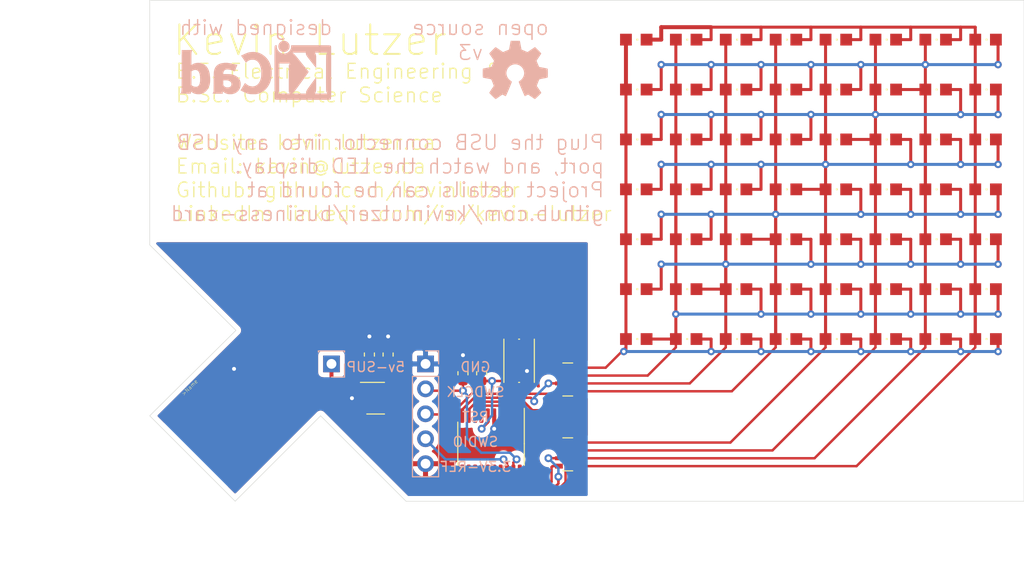
<source format=kicad_pcb>
(kicad_pcb (version 20171130) (host pcbnew "(5.1.5-0-10_14)")
  (layers (0 Top signal) (1 Route2 signal) (2 Route3 signal) (3 Route4 signal) (4 Route5 signal) (5 Route6 signal) (6 Route7 signal) (7 Route8 signal) (8 Route9 signal) (9 Route10 signal) (10 Route11 signal) (11 Route12 signal) (12 Route13 signal) (13 Route14 signal) (14 Route15 signal) (31 Bottom signal) (34 B.Paste user) (35 F.Paste user) (36 B.SilkS user) (37 F.SilkS user) (38 B.Mask user) (39 F.Mask user) (44 Edge.Cuts user))
  (net 0 "")
  (net 1 GND)
  (net 2 "Net-(LED1-PadA)")
  (net 3 "Net-(LED10-PadA)")
  (net 4 "Net-(LED11-PadA)")
  (net 5 "Net-(LED12-PadA)")
  (net 6 "Net-(LED13-PadA)")
  (net 7 "Net-(LED14-PadA)")
  (net 8 "Net-(LED10-PadC)")
  (net 9 "Net-(LED1-PadC)")
  (net 10 +5V)
  (net 11 +3V3)
  (net 12 RST)
  (net 13 SWDIO)
  (net 14 PING)
  (net 15 PINF)
  (net 16 PINE)
  (net 17 PIND)
  (net 18 PINC)
  (net 19 PINB)
  (net 20 PINH)
  (net 21 PINA)
  (net 22 SWDCLK-BOOT0)
  (module Package_SO:TSSOP-20_4.4x6.5mm_P0.65mm (layer Top) (at 138.7475 124.6505 270)
    (fp_text reference U2 hide)
    (fp_text value STM32G030F6P6 hide)
    (pad 20 smd roundrect (at 2.8625 -2.925 270) (size 1.475 0.4) (layers Top F.Paste F.Mask))
    (pad 19 smd roundrect (at 2.8625 -2.275 270) (size 1.475 0.4) (layers Top F.Paste F.Mask) (net 22 SWDCLK-BOOT0))
    (pad 18 smd roundrect (at 2.8625 -1.625 270) (size 1.475 0.4) (layers Top F.Paste F.Mask) (net 13 SWDIO))
    (pad 17 smd roundrect (at 2.8625 -0.975 270) (size 1.475 0.4) (layers Top F.Paste F.Mask))
    (pad 16 smd roundrect (at 2.8625 -0.325 270) (size 1.475 0.4) (layers Top F.Paste F.Mask))
    (pad 15 smd roundrect (at 2.8625 0.325 270) (size 1.475 0.4) (layers Top F.Paste F.Mask))
    (pad 14 smd roundrect (at 2.8625 0.975 270) (size 1.475 0.4) (layers Top F.Paste F.Mask) (net 20 PINH))
    (pad 13 smd roundrect (at 2.8625 1.625 270) (size 1.475 0.4) (layers Top F.Paste F.Mask) (net 14 PING))
    (pad 12 smd roundrect (at 2.8625 2.275 270) (size 1.475 0.4) (layers Top F.Paste F.Mask) (net 15 PINF))
    (pad 11 smd roundrect (at 2.8625 2.925 270) (size 1.475 0.4) (layers Top F.Paste F.Mask) (net 16 PINE))
    (pad 10 smd roundrect (at -2.8625 2.925 270) (size 1.475 0.4) (layers Top F.Paste F.Mask) (net 17 PIND))
    (pad 9 smd roundrect (at -2.8625 2.275 270) (size 1.475 0.4) (layers Top F.Paste F.Mask) (net 18 PINC))
    (pad 8 smd roundrect (at -2.8625 1.625 270) (size 1.475 0.4) (layers Top F.Paste F.Mask) (net 19 PINB))
    (pad 7 smd roundrect (at -2.8625 0.975 270) (size 1.475 0.4) (layers Top F.Paste F.Mask) (net 21 PINA))
    (pad 6 smd roundrect (at -2.8625 0.325 270) (size 1.475 0.4) (layers Top F.Paste F.Mask) (net 12 RST))
    (pad 5 smd roundrect (at -2.8625 -0.325 270) (size 1.475 0.4) (layers Top F.Paste F.Mask) (net 1 GND))
    (pad 4 smd roundrect (at -2.8625 -0.975 270) (size 1.475 0.4) (layers Top F.Paste F.Mask) (net 11 +3V3))
    (pad 3 smd roundrect (at -2.8625 -1.625 270) (size 1.475 0.4) (layers Top F.Paste F.Mask))
    (pad 2 smd roundrect (at -2.8625 -2.275 270) (size 1.475 0.4) (layers Top F.Paste F.Mask))
    (pad 1 smd roundrect (at -2.8625 -2.925 270) (size 1.475 0.4) (layers Top F.Paste F.Mask))
  )
  (module Resistor_SMD:R_Array_Convex_4x0603 (layer Top) (at 146.558 125.73)
    (fp_text reference RN2 hide)
    (fp_text value R_Pack04 hide)
    (pad 5 smd rect (at 0.9 1.2) (size 0.8 0.5) (layers Top F.Paste F.Mask) (net 9 "Net-(LED1-PadC)"))
    (pad 6 smd rect (at 0.9 0.4) (size 0.8 0.4) (layers Top F.Paste F.Mask) (net 8 "Net-(LED10-PadC)"))
    (pad 8 smd rect (at 0.9 -1.2) (size 0.8 0.5) (layers Top F.Paste F.Mask) (net 6 "Net-(LED13-PadA)"))
    (pad 7 smd rect (at 0.9 -0.4) (size 0.8 0.4) (layers Top F.Paste F.Mask) (net 7 "Net-(LED14-PadA)"))
    (pad 4 smd rect (at -0.9 1.2) (size 0.8 0.5) (layers Top F.Paste F.Mask) (net 20 PINH))
    (pad 2 smd rect (at -0.9 -0.4) (size 0.8 0.4) (layers Top F.Paste F.Mask) (net 15 PINF))
    (pad 3 smd rect (at -0.9 0.4) (size 0.8 0.4) (layers Top F.Paste F.Mask) (net 14 PING))
    (pad 1 smd rect (at -0.9 -1.2) (size 0.8 0.5) (layers Top F.Paste F.Mask) (net 16 PINE))
  )
  (module Resistor_SMD:R_Array_Convex_4x0603 (layer Top) (at 146.558 118.11)
    (fp_text reference RN1 hide)
    (fp_text value R_Pack04 hide)
    (pad 5 smd rect (at 0.9 1.2) (size 0.8 0.5) (layers Top F.Paste F.Mask) (net 5 "Net-(LED12-PadA)"))
    (pad 6 smd rect (at 0.9 0.4) (size 0.8 0.4) (layers Top F.Paste F.Mask) (net 4 "Net-(LED11-PadA)"))
    (pad 8 smd rect (at 0.9 -1.2) (size 0.8 0.5) (layers Top F.Paste F.Mask) (net 2 "Net-(LED1-PadA)"))
    (pad 7 smd rect (at 0.9 -0.4) (size 0.8 0.4) (layers Top F.Paste F.Mask) (net 3 "Net-(LED10-PadA)"))
    (pad 4 smd rect (at -0.9 1.2) (size 0.8 0.5) (layers Top F.Paste F.Mask) (net 17 PIND))
    (pad 2 smd rect (at -0.9 -0.4) (size 0.8 0.4) (layers Top F.Paste F.Mask) (net 19 PINB))
    (pad 3 smd rect (at -0.9 0.4) (size 0.8 0.4) (layers Top F.Paste F.Mask) (net 18 PINC))
    (pad 1 smd rect (at -0.9 -1.2) (size 0.8 0.5) (layers Top F.Paste F.Mask) (net 21 PINA))
  )
  (module Symbol:OSHW-Symbol_6.7x6mm_SilkScreen (layer Bottom) (at 141.224 86.614 180)
    (fp_text reference REF** hide)
    (fp_text value OSHW-Symbol_6.7x6mm_SilkScreen hide)
  )
  (module Symbol:KiCad-Logo_6mm_SilkScreen (layer Bottom) (at 114.808 86.614 180)
    (fp_text reference REF** hide)
    (fp_text value KiCad-Logo_6mm_SilkScreen hide)
  )
  (module business_card_v1:USB-A-PCB (layer Top) (at 111.96828 122.5423 45)
    (fp_text reference JP1 hide)
    (fp_text value USBPCB hide)
    (fp_text user >Name (at -1.27 -5.08 45) (layer F.SilkS) (effects (font (size 0.38608 0.38608) (thickness 0.032512)) (justify left bottom)))
    (pad GND smd rect (at -0.2 -3.5 45) (size 7.5 1.5) (layers Top F.Paste F.Mask) (net 1 GND))
    (pad USB_P smd rect (at 0.3 -1 45) (size 6.5 1) (layers Top F.Paste F.Mask))
    (pad USB_M smd rect (at 0.3 1 45) (size 6.5 1) (layers Top F.Paste F.Mask))
    (pad 5V smd rect (at -0.2 3.5 45) (size 7.5 1.5) (layers Top F.Paste F.Mask) (net 10 +5V))
  )
  (module Connector_PinSocket_2.54mm:PinSocket_1x01_P2.54mm_Vertical (layer Bottom) (at 122.5042 116.5352)
    (fp_text reference J2 hide)
    (fp_text value Conn_01x01_Male hide)
    (pad 1 thru_hole rect (at 0 -0.0127) (size 1.7 1.7) (drill 1) (layers *.Cu *.Mask) (net 10 +5V))
  )
  (module Button_Switch_SMD:SW_Push_1P1T_NO_CK_KMR2 (layer Top) (at 141.605 116.205 90)
    (fp_text reference SW1 hide)
    (fp_text value SW_SPST hide)
    (pad 2 smd rect (at 2.05 0.8 90) (size 0.9 1) (layers Top F.Paste F.Mask) (net 1 GND))
    (pad 1 smd rect (at 2.05 -0.8 90) (size 0.9 1) (layers Top F.Paste F.Mask) (net 12 RST))
    (pad 2 smd rect (at -2.05 0.8 90) (size 0.9 1) (layers Top F.Paste F.Mask) (net 1 GND))
    (pad 1 smd rect (at -2.05 -0.8 90) (size 0.9 1) (layers Top F.Paste F.Mask) (net 12 RST))
  )
  (module Resistor_SMD:R_0603_1608Metric (layer Top) (at 135.89 117.475 90)
    (fp_text reference R1 hide)
    (fp_text value 10K hide)
    (pad 2 smd roundrect (at 0.7875 0 90) (size 0.875 0.95) (layers Top F.Paste F.Mask) (net 1 GND))
    (pad 1 smd roundrect (at -0.7875 0 90) (size 0.875 0.95) (layers Top F.Paste F.Mask) (net 22 SWDCLK-BOOT0))
  )
  (module Resistor_SMD:R_0603_1608Metric (layer Top) (at 137.795 117.475 90)
    (fp_text reference R10 hide)
    (fp_text value 10K hide)
    (pad 2 smd roundrect (at 0.7875 0 90) (size 0.875 0.95) (layers Top F.Paste F.Mask) (net 11 +3V3))
    (pad 1 smd roundrect (at -0.7875 0 90) (size 0.875 0.95) (layers Top F.Paste F.Mask) (net 12 RST))
  )
  (module Capacitor_SMD:C_0603_1608Metric (layer Top) (at 128.27 115.57 90)
    (fp_text reference C3 hide)
    (fp_text value 1u hide)
    (pad 2 smd roundrect (at 0.7875 0 90) (size 0.875 0.95) (layers Top F.Paste F.Mask) (net 1 GND))
    (pad 1 smd roundrect (at -0.7875 0 90) (size 0.875 0.95) (layers Top F.Paste F.Mask) (net 11 +3V3))
  )
  (module Capacitor_SMD:C_0603_1608Metric (layer Top) (at 126.365 115.57 90)
    (fp_text reference C2 hide)
    (fp_text value 1u hide)
    (pad 1 smd roundrect (at -0.7875 0 90) (size 0.875 0.95) (layers Top F.Paste F.Mask) (net 10 +5V))
    (pad 2 smd roundrect (at 0.7875 0 90) (size 0.875 0.95) (layers Top F.Paste F.Mask) (net 1 GND))
  )
  (module Package_TO_SOT_SMD:SOT-23-5 (layer Top) (at 127 120.015)
    (fp_text reference U1 hide)
    (fp_text value MIC5504-3.3YM5 hide)
    (pad 5 smd rect (at 1.1 -0.95) (size 1.06 0.65) (layers Top F.Paste F.Mask) (net 11 +3V3))
    (pad 4 smd rect (at 1.1 0.95) (size 1.06 0.65) (layers Top F.Paste F.Mask))
    (pad 3 smd rect (at -1.1 0.95) (size 1.06 0.65) (layers Top F.Paste F.Mask) (net 10 +5V))
    (pad 2 smd rect (at -1.1 0) (size 1.06 0.65) (layers Top F.Paste F.Mask) (net 1 GND))
    (pad 1 smd rect (at -1.1 -0.95) (size 1.06 0.65) (layers Top F.Paste F.Mask) (net 10 +5V))
  )
  (module Connector_PinHeader_2.54mm:PinHeader_1x05_P2.54mm_Vertical (layer Bottom) (at 132.08 116.5225 180)
    (fp_text reference J1 hide)
    (fp_text value Conn_01x05_Male hide)
    (pad 5 thru_hole oval (at 0 -10.16 180) (size 1.7 1.7) (drill 1) (layers *.Cu *.Mask) (net 11 +3V3))
    (pad 4 thru_hole oval (at 0 -7.62 180) (size 1.7 1.7) (drill 1) (layers *.Cu *.Mask) (net 13 SWDIO))
    (pad 3 thru_hole oval (at 0 -5.08 180) (size 1.7 1.7) (drill 1) (layers *.Cu *.Mask) (net 12 RST))
    (pad 2 thru_hole oval (at 0 -2.54 180) (size 1.7 1.7) (drill 1) (layers *.Cu *.Mask) (net 22 SWDCLK-BOOT0))
    (pad 1 thru_hole rect (at 0 0 180) (size 1.7 1.7) (drill 1) (layers *.Cu *.Mask) (net 1 GND))
  )
  (module business_card_v1:CHIPLED_0805 (layer Top) (at 158.6111 88.5936 270)
    (fp_text reference LED10 hide)
    (fp_text value LEDCHIPLED_0805 hide)
    (pad A smd rect (at 0 1.05 270) (size 1.2 1.2) (layers Top F.Paste F.Mask) (net 3 "Net-(LED10-PadA)"))
    (pad C smd rect (at 0 -1.05 270) (size 1.2 1.2) (layers Top F.Paste F.Mask) (net 8 "Net-(LED10-PadC)"))
  )
  (module business_card_v1:CHIPLED_0805 (layer Top) (at 163.6911 88.5936 270)
    (fp_text reference LED11 hide)
    (fp_text value LEDCHIPLED_0805 hide)
    (pad A smd rect (at 0 1.05 270) (size 1.2 1.2) (layers Top F.Paste F.Mask) (net 4 "Net-(LED11-PadA)"))
    (pad C smd rect (at 0 -1.05 270) (size 1.2 1.2) (layers Top F.Paste F.Mask) (net 8 "Net-(LED10-PadC)"))
  )
  (module business_card_v1:CHIPLED_0805 (layer Top) (at 168.7711 88.5936 270)
    (fp_text reference LED12 hide)
    (fp_text value LEDCHIPLED_0805 hide)
    (pad A smd rect (at 0 1.05 270) (size 1.2 1.2) (layers Top F.Paste F.Mask) (net 5 "Net-(LED12-PadA)"))
    (pad C smd rect (at 0 -1.05 270) (size 1.2 1.2) (layers Top F.Paste F.Mask) (net 8 "Net-(LED10-PadC)"))
  )
  (module business_card_v1:CHIPLED_0805 (layer Top) (at 173.8511 88.5936 270)
    (fp_text reference LED13 hide)
    (fp_text value LEDCHIPLED_0805 hide)
    (pad A smd rect (at 0 1.05 270) (size 1.2 1.2) (layers Top F.Paste F.Mask) (net 6 "Net-(LED13-PadA)"))
    (pad C smd rect (at 0 -1.05 270) (size 1.2 1.2) (layers Top F.Paste F.Mask) (net 8 "Net-(LED10-PadC)"))
  )
  (module business_card_v1:CHIPLED_0805 (layer Top) (at 178.9311 88.5936 270)
    (fp_text reference LED14 hide)
    (fp_text value LEDCHIPLED_0805 hide)
    (pad A smd rect (at 0 1.05 270) (size 1.2 1.2) (layers Top F.Paste F.Mask) (net 7 "Net-(LED14-PadA)"))
    (pad C smd rect (at 0 -1.05 270) (size 1.2 1.2) (layers Top F.Paste F.Mask) (net 8 "Net-(LED10-PadC)"))
  )
  (module business_card_v1:CHIPLED_0805 (layer Top) (at 184.0111 88.5936 270)
    (fp_text reference LED15 hide)
    (fp_text value LEDCHIPLED_0805 hide)
    (pad A smd rect (at 0 1.05 270) (size 1.2 1.2) (layers Top F.Paste F.Mask) (net 8 "Net-(LED10-PadC)"))
    (pad C smd rect (at 0 -1.05 270) (size 1.2 1.2) (layers Top F.Paste F.Mask) (net 7 "Net-(LED14-PadA)"))
  )
  (module business_card_v1:CHIPLED_0805 (layer Top) (at 189.0911 88.5936 270)
    (fp_text reference LED16 hide)
    (fp_text value LEDCHIPLED_0805 hide)
    (pad A smd rect (at 0 1.05 270) (size 1.2 1.2) (layers Top F.Paste F.Mask) (net 9 "Net-(LED1-PadC)"))
    (pad C smd rect (at 0 -1.05 270) (size 1.2 1.2) (layers Top F.Paste F.Mask) (net 7 "Net-(LED14-PadA)"))
  )
  (module business_card_v1:CHIPLED_0805 (layer Top) (at 153.5311 93.6736 270)
    (fp_text reference LED17 hide)
    (fp_text value LEDCHIPLED_0805 hide)
    (pad A smd rect (at 0 1.05 270) (size 1.2 1.2) (layers Top F.Paste F.Mask) (net 2 "Net-(LED1-PadA)"))
    (pad C smd rect (at 0 -1.05 270) (size 1.2 1.2) (layers Top F.Paste F.Mask) (net 7 "Net-(LED14-PadA)"))
  )
  (module business_card_v1:CHIPLED_0805 (layer Top) (at 158.6111 93.6736 270)
    (fp_text reference LED18 hide)
    (fp_text value LEDCHIPLED_0805 hide)
    (pad A smd rect (at 0 1.05 270) (size 1.2 1.2) (layers Top F.Paste F.Mask) (net 3 "Net-(LED10-PadA)"))
    (pad C smd rect (at 0 -1.05 270) (size 1.2 1.2) (layers Top F.Paste F.Mask) (net 7 "Net-(LED14-PadA)"))
  )
  (module business_card_v1:CHIPLED_0805 (layer Top) (at 163.6911 93.6736 270)
    (fp_text reference LED19 hide)
    (fp_text value LEDCHIPLED_0805 hide)
    (pad A smd rect (at 0 1.05 270) (size 1.2 1.2) (layers Top F.Paste F.Mask) (net 4 "Net-(LED11-PadA)"))
    (pad C smd rect (at 0 -1.05 270) (size 1.2 1.2) (layers Top F.Paste F.Mask) (net 7 "Net-(LED14-PadA)"))
  )
  (module business_card_v1:CHIPLED_0805 (layer Top) (at 158.6111 83.5136 270)
    (fp_text reference LED2 hide)
    (fp_text value LEDCHIPLED_0805 hide)
    (pad A smd rect (at 0 1.05 270) (size 1.2 1.2) (layers Top F.Paste F.Mask) (net 3 "Net-(LED10-PadA)"))
    (pad C smd rect (at 0 -1.05 270) (size 1.2 1.2) (layers Top F.Paste F.Mask) (net 9 "Net-(LED1-PadC)"))
  )
  (module business_card_v1:CHIPLED_0805 (layer Top) (at 168.7711 93.6736 270)
    (fp_text reference LED20 hide)
    (fp_text value LEDCHIPLED_0805 hide)
    (pad A smd rect (at 0 1.05 270) (size 1.2 1.2) (layers Top F.Paste F.Mask) (net 5 "Net-(LED12-PadA)"))
    (pad C smd rect (at 0 -1.05 270) (size 1.2 1.2) (layers Top F.Paste F.Mask) (net 7 "Net-(LED14-PadA)"))
  )
  (module business_card_v1:CHIPLED_0805 (layer Top) (at 173.8511 93.6736 270)
    (fp_text reference LED21 hide)
    (fp_text value LEDCHIPLED_0805 hide)
    (pad A smd rect (at 0 1.05 270) (size 1.2 1.2) (layers Top F.Paste F.Mask) (net 6 "Net-(LED13-PadA)"))
    (pad C smd rect (at 0 -1.05 270) (size 1.2 1.2) (layers Top F.Paste F.Mask) (net 7 "Net-(LED14-PadA)"))
  )
  (module business_card_v1:CHIPLED_0805 (layer Top) (at 178.9311 93.6736 270)
    (fp_text reference LED22 hide)
    (fp_text value LEDCHIPLED_0805 hide)
    (pad A smd rect (at 0 1.05 270) (size 1.2 1.2) (layers Top F.Paste F.Mask) (net 7 "Net-(LED14-PadA)"))
    (pad C smd rect (at 0 -1.05 270) (size 1.2 1.2) (layers Top F.Paste F.Mask) (net 6 "Net-(LED13-PadA)"))
  )
  (module business_card_v1:CHIPLED_0805 (layer Top) (at 184.0111 93.6736 270)
    (fp_text reference LED23 hide)
    (fp_text value LEDCHIPLED_0805 hide)
    (pad A smd rect (at 0 1.05 270) (size 1.2 1.2) (layers Top F.Paste F.Mask) (net 8 "Net-(LED10-PadC)"))
    (pad C smd rect (at 0 -1.05 270) (size 1.2 1.2) (layers Top F.Paste F.Mask) (net 6 "Net-(LED13-PadA)"))
  )
  (module business_card_v1:CHIPLED_0805 (layer Top) (at 189.0911 93.6736 270)
    (fp_text reference LED24 hide)
    (fp_text value LEDCHIPLED_0805 hide)
    (pad A smd rect (at 0 1.05 270) (size 1.2 1.2) (layers Top F.Paste F.Mask) (net 9 "Net-(LED1-PadC)"))
    (pad C smd rect (at 0 -1.05 270) (size 1.2 1.2) (layers Top F.Paste F.Mask) (net 6 "Net-(LED13-PadA)"))
  )
  (module business_card_v1:CHIPLED_0805 (layer Top) (at 153.5311 98.7536 270)
    (fp_text reference LED25 hide)
    (fp_text value LEDCHIPLED_0805 hide)
    (pad A smd rect (at 0 1.05 270) (size 1.2 1.2) (layers Top F.Paste F.Mask) (net 2 "Net-(LED1-PadA)"))
    (pad C smd rect (at 0 -1.05 270) (size 1.2 1.2) (layers Top F.Paste F.Mask) (net 6 "Net-(LED13-PadA)"))
  )
  (module business_card_v1:CHIPLED_0805 (layer Top) (at 158.6111 98.7536 270)
    (fp_text reference LED26 hide)
    (fp_text value LEDCHIPLED_0805 hide)
    (pad A smd rect (at 0 1.05 270) (size 1.2 1.2) (layers Top F.Paste F.Mask) (net 3 "Net-(LED10-PadA)"))
    (pad C smd rect (at 0 -1.05 270) (size 1.2 1.2) (layers Top F.Paste F.Mask) (net 6 "Net-(LED13-PadA)"))
  )
  (module business_card_v1:CHIPLED_0805 (layer Top) (at 163.6911 98.7536 270)
    (fp_text reference LED27 hide)
    (fp_text value LEDCHIPLED_0805 hide)
    (pad A smd rect (at 0 1.05 270) (size 1.2 1.2) (layers Top F.Paste F.Mask) (net 4 "Net-(LED11-PadA)"))
    (pad C smd rect (at 0 -1.05 270) (size 1.2 1.2) (layers Top F.Paste F.Mask) (net 6 "Net-(LED13-PadA)"))
  )
  (module business_card_v1:CHIPLED_0805 (layer Top) (at 168.7711 98.7536 270)
    (fp_text reference LED28 hide)
    (fp_text value LEDCHIPLED_0805 hide)
    (pad A smd rect (at 0 1.05 270) (size 1.2 1.2) (layers Top F.Paste F.Mask) (net 5 "Net-(LED12-PadA)"))
    (pad C smd rect (at 0 -1.05 270) (size 1.2 1.2) (layers Top F.Paste F.Mask) (net 6 "Net-(LED13-PadA)"))
  )
  (module business_card_v1:CHIPLED_0805 (layer Top) (at 173.8511 98.7536 270)
    (fp_text reference LED29 hide)
    (fp_text value LEDCHIPLED_0805 hide)
    (pad A smd rect (at 0 1.05 270) (size 1.2 1.2) (layers Top F.Paste F.Mask) (net 6 "Net-(LED13-PadA)"))
    (pad C smd rect (at 0 -1.05 270) (size 1.2 1.2) (layers Top F.Paste F.Mask) (net 5 "Net-(LED12-PadA)"))
  )
  (module business_card_v1:CHIPLED_0805 (layer Top) (at 163.6911 83.5136 270)
    (fp_text reference LED3 hide)
    (fp_text value LEDCHIPLED_0805 hide)
    (pad A smd rect (at 0 1.05 270) (size 1.2 1.2) (layers Top F.Paste F.Mask) (net 4 "Net-(LED11-PadA)"))
    (pad C smd rect (at 0 -1.05 270) (size 1.2 1.2) (layers Top F.Paste F.Mask) (net 9 "Net-(LED1-PadC)"))
  )
  (module business_card_v1:CHIPLED_0805 (layer Top) (at 178.9311 98.7536 270)
    (fp_text reference LED30 hide)
    (fp_text value LEDCHIPLED_0805 hide)
    (pad A smd rect (at 0 1.05 270) (size 1.2 1.2) (layers Top F.Paste F.Mask) (net 7 "Net-(LED14-PadA)"))
    (pad C smd rect (at 0 -1.05 270) (size 1.2 1.2) (layers Top F.Paste F.Mask) (net 5 "Net-(LED12-PadA)"))
  )
  (module business_card_v1:CHIPLED_0805 (layer Top) (at 184.0111 98.7536 270)
    (fp_text reference LED31 hide)
    (fp_text value LEDCHIPLED_0805 hide)
    (pad A smd rect (at 0 1.05 270) (size 1.2 1.2) (layers Top F.Paste F.Mask) (net 8 "Net-(LED10-PadC)"))
    (pad C smd rect (at 0 -1.05 270) (size 1.2 1.2) (layers Top F.Paste F.Mask) (net 5 "Net-(LED12-PadA)"))
  )
  (module business_card_v1:CHIPLED_0805 (layer Top) (at 189.0911 98.7536 270)
    (fp_text reference LED32 hide)
    (fp_text value LEDCHIPLED_0805 hide)
    (pad A smd rect (at 0 1.05 270) (size 1.2 1.2) (layers Top F.Paste F.Mask) (net 9 "Net-(LED1-PadC)"))
    (pad C smd rect (at 0 -1.05 270) (size 1.2 1.2) (layers Top F.Paste F.Mask) (net 5 "Net-(LED12-PadA)"))
  )
  (module business_card_v1:CHIPLED_0805 (layer Top) (at 153.5311 103.8336 270)
    (fp_text reference LED33 hide)
    (fp_text value LEDCHIPLED_0805 hide)
    (pad A smd rect (at 0 1.05 270) (size 1.2 1.2) (layers Top F.Paste F.Mask) (net 2 "Net-(LED1-PadA)"))
    (pad C smd rect (at 0 -1.05 270) (size 1.2 1.2) (layers Top F.Paste F.Mask) (net 5 "Net-(LED12-PadA)"))
  )
  (module business_card_v1:CHIPLED_0805 (layer Top) (at 158.6111 103.8336 270)
    (fp_text reference LED34 hide)
    (fp_text value LEDCHIPLED_0805 hide)
    (pad A smd rect (at 0 1.05 270) (size 1.2 1.2) (layers Top F.Paste F.Mask) (net 3 "Net-(LED10-PadA)"))
    (pad C smd rect (at 0 -1.05 270) (size 1.2 1.2) (layers Top F.Paste F.Mask) (net 5 "Net-(LED12-PadA)"))
  )
  (module business_card_v1:CHIPLED_0805 (layer Top) (at 163.6911 103.8336 270)
    (fp_text reference LED35 hide)
    (fp_text value LEDCHIPLED_0805 hide)
    (pad A smd rect (at 0 1.05 270) (size 1.2 1.2) (layers Top F.Paste F.Mask) (net 4 "Net-(LED11-PadA)"))
    (pad C smd rect (at 0 -1.05 270) (size 1.2 1.2) (layers Top F.Paste F.Mask) (net 5 "Net-(LED12-PadA)"))
  )
  (module business_card_v1:CHIPLED_0805 (layer Top) (at 168.7711 103.8336 270)
    (fp_text reference LED36 hide)
    (fp_text value LEDCHIPLED_0805 hide)
    (pad A smd rect (at 0 1.05 270) (size 1.2 1.2) (layers Top F.Paste F.Mask) (net 5 "Net-(LED12-PadA)"))
    (pad C smd rect (at 0 -1.05 270) (size 1.2 1.2) (layers Top F.Paste F.Mask) (net 4 "Net-(LED11-PadA)"))
  )
  (module business_card_v1:CHIPLED_0805 (layer Top) (at 173.8511 103.8336 270)
    (fp_text reference LED37 hide)
    (fp_text value LEDCHIPLED_0805 hide)
    (pad A smd rect (at 0 1.05 270) (size 1.2 1.2) (layers Top F.Paste F.Mask) (net 6 "Net-(LED13-PadA)"))
    (pad C smd rect (at 0 -1.05 270) (size 1.2 1.2) (layers Top F.Paste F.Mask) (net 4 "Net-(LED11-PadA)"))
  )
  (module business_card_v1:CHIPLED_0805 (layer Top) (at 178.9311 103.8336 270)
    (fp_text reference LED38 hide)
    (fp_text value LEDCHIPLED_0805 hide)
    (pad A smd rect (at 0 1.05 270) (size 1.2 1.2) (layers Top F.Paste F.Mask) (net 7 "Net-(LED14-PadA)"))
    (pad C smd rect (at 0 -1.05 270) (size 1.2 1.2) (layers Top F.Paste F.Mask) (net 4 "Net-(LED11-PadA)"))
  )
  (module business_card_v1:CHIPLED_0805 (layer Top) (at 184.0111 103.8336 270)
    (fp_text reference LED39 hide)
    (fp_text value LEDCHIPLED_0805 hide)
    (pad A smd rect (at 0 1.05 270) (size 1.2 1.2) (layers Top F.Paste F.Mask) (net 8 "Net-(LED10-PadC)"))
    (pad C smd rect (at 0 -1.05 270) (size 1.2 1.2) (layers Top F.Paste F.Mask) (net 4 "Net-(LED11-PadA)"))
  )
  (module business_card_v1:CHIPLED_0805 (layer Top) (at 168.7711 83.5136 270)
    (fp_text reference LED4 hide)
    (fp_text value LEDCHIPLED_0805 hide)
    (pad A smd rect (at 0 1.05 270) (size 1.2 1.2) (layers Top F.Paste F.Mask) (net 5 "Net-(LED12-PadA)"))
    (pad C smd rect (at 0 -1.05 270) (size 1.2 1.2) (layers Top F.Paste F.Mask) (net 9 "Net-(LED1-PadC)"))
  )
  (module business_card_v1:CHIPLED_0805 (layer Top) (at 189.0911 103.8336 270)
    (fp_text reference LED40 hide)
    (fp_text value LEDCHIPLED_0805 hide)
    (pad A smd rect (at 0 1.05 270) (size 1.2 1.2) (layers Top F.Paste F.Mask) (net 9 "Net-(LED1-PadC)"))
    (pad C smd rect (at 0 -1.05 270) (size 1.2 1.2) (layers Top F.Paste F.Mask) (net 4 "Net-(LED11-PadA)"))
  )
  (module business_card_v1:CHIPLED_0805 (layer Top) (at 153.5311 108.9136 270)
    (fp_text reference LED41 hide)
    (fp_text value LEDCHIPLED_0805 hide)
    (pad A smd rect (at 0 1.05 270) (size 1.2 1.2) (layers Top F.Paste F.Mask) (net 2 "Net-(LED1-PadA)"))
    (pad C smd rect (at 0 -1.05 270) (size 1.2 1.2) (layers Top F.Paste F.Mask) (net 4 "Net-(LED11-PadA)"))
  )
  (module business_card_v1:CHIPLED_0805 (layer Top) (at 158.6111 108.9136 270)
    (fp_text reference LED42 hide)
    (fp_text value LEDCHIPLED_0805 hide)
    (pad A smd rect (at 0 1.05 270) (size 1.2 1.2) (layers Top F.Paste F.Mask) (net 3 "Net-(LED10-PadA)"))
    (pad C smd rect (at 0 -1.05 270) (size 1.2 1.2) (layers Top F.Paste F.Mask) (net 4 "Net-(LED11-PadA)"))
  )
  (module business_card_v1:CHIPLED_0805 (layer Top) (at 163.6911 108.9136 270)
    (fp_text reference LED43 hide)
    (fp_text value LEDCHIPLED_0805 hide)
    (pad A smd rect (at 0 1.05 270) (size 1.2 1.2) (layers Top F.Paste F.Mask) (net 4 "Net-(LED11-PadA)"))
    (pad C smd rect (at 0 -1.05 270) (size 1.2 1.2) (layers Top F.Paste F.Mask) (net 3 "Net-(LED10-PadA)"))
  )
  (module business_card_v1:CHIPLED_0805 (layer Top) (at 168.7711 108.9136 270)
    (fp_text reference LED44 hide)
    (fp_text value LEDCHIPLED_0805 hide)
    (pad A smd rect (at 0 1.05 270) (size 1.2 1.2) (layers Top F.Paste F.Mask) (net 5 "Net-(LED12-PadA)"))
    (pad C smd rect (at 0 -1.05 270) (size 1.2 1.2) (layers Top F.Paste F.Mask) (net 3 "Net-(LED10-PadA)"))
  )
  (module business_card_v1:CHIPLED_0805 (layer Top) (at 173.8511 108.9136 270)
    (fp_text reference LED45 hide)
    (fp_text value LEDCHIPLED_0805 hide)
    (pad A smd rect (at 0 1.05 270) (size 1.2 1.2) (layers Top F.Paste F.Mask) (net 6 "Net-(LED13-PadA)"))
    (pad C smd rect (at 0 -1.05 270) (size 1.2 1.2) (layers Top F.Paste F.Mask) (net 3 "Net-(LED10-PadA)"))
  )
  (module business_card_v1:CHIPLED_0805 (layer Top) (at 178.9311 108.9136 270)
    (fp_text reference LED46 hide)
    (fp_text value LEDCHIPLED_0805 hide)
    (pad A smd rect (at 0 1.05 270) (size 1.2 1.2) (layers Top F.Paste F.Mask) (net 7 "Net-(LED14-PadA)"))
    (pad C smd rect (at 0 -1.05 270) (size 1.2 1.2) (layers Top F.Paste F.Mask) (net 3 "Net-(LED10-PadA)"))
  )
  (module business_card_v1:CHIPLED_0805 (layer Top) (at 184.0111 108.9136 270)
    (fp_text reference LED47 hide)
    (fp_text value LEDCHIPLED_0805 hide)
    (pad A smd rect (at 0 1.05 270) (size 1.2 1.2) (layers Top F.Paste F.Mask) (net 8 "Net-(LED10-PadC)"))
    (pad C smd rect (at 0 -1.05 270) (size 1.2 1.2) (layers Top F.Paste F.Mask) (net 3 "Net-(LED10-PadA)"))
  )
  (module business_card_v1:CHIPLED_0805 (layer Top) (at 189.0911 108.9136 270)
    (fp_text reference LED48 hide)
    (fp_text value LEDCHIPLED_0805 hide)
    (pad A smd rect (at 0 1.05 270) (size 1.2 1.2) (layers Top F.Paste F.Mask) (net 9 "Net-(LED1-PadC)"))
    (pad C smd rect (at 0 -1.05 270) (size 1.2 1.2) (layers Top F.Paste F.Mask) (net 3 "Net-(LED10-PadA)"))
  )
  (module business_card_v1:CHIPLED_0805 (layer Top) (at 153.5311 113.9936 270)
    (fp_text reference LED49 hide)
    (fp_text value LEDCHIPLED_0805 hide)
    (pad A smd rect (at 0 1.05 270) (size 1.2 1.2) (layers Top F.Paste F.Mask) (net 2 "Net-(LED1-PadA)"))
    (pad C smd rect (at 0 -1.05 270) (size 1.2 1.2) (layers Top F.Paste F.Mask) (net 3 "Net-(LED10-PadA)"))
  )
  (module business_card_v1:CHIPLED_0805 (layer Top) (at 173.8511 83.5136 270)
    (fp_text reference LED5 hide)
    (fp_text value LEDCHIPLED_0805 hide)
    (pad A smd rect (at 0 1.05 270) (size 1.2 1.2) (layers Top F.Paste F.Mask) (net 6 "Net-(LED13-PadA)"))
    (pad C smd rect (at 0 -1.05 270) (size 1.2 1.2) (layers Top F.Paste F.Mask) (net 9 "Net-(LED1-PadC)"))
  )
  (module business_card_v1:CHIPLED_0805 (layer Top) (at 158.6111 113.9936 270)
    (fp_text reference LED50 hide)
    (fp_text value LEDCHIPLED_0805 hide)
    (pad A smd rect (at 0 1.05 270) (size 1.2 1.2) (layers Top F.Paste F.Mask) (net 3 "Net-(LED10-PadA)"))
    (pad C smd rect (at 0 -1.05 270) (size 1.2 1.2) (layers Top F.Paste F.Mask) (net 2 "Net-(LED1-PadA)"))
  )
  (module business_card_v1:CHIPLED_0805 (layer Top) (at 163.6911 113.9936 270)
    (fp_text reference LED51 hide)
    (fp_text value LEDCHIPLED_0805 hide)
    (pad A smd rect (at 0 1.05 270) (size 1.2 1.2) (layers Top F.Paste F.Mask) (net 4 "Net-(LED11-PadA)"))
    (pad C smd rect (at 0 -1.05 270) (size 1.2 1.2) (layers Top F.Paste F.Mask) (net 2 "Net-(LED1-PadA)"))
  )
  (module business_card_v1:CHIPLED_0805 (layer Top) (at 168.7711 113.9936 270)
    (fp_text reference LED52 hide)
    (fp_text value LEDCHIPLED_0805 hide)
    (pad A smd rect (at 0 1.05 270) (size 1.2 1.2) (layers Top F.Paste F.Mask) (net 5 "Net-(LED12-PadA)"))
    (pad C smd rect (at 0 -1.05 270) (size 1.2 1.2) (layers Top F.Paste F.Mask) (net 2 "Net-(LED1-PadA)"))
  )
  (module business_card_v1:CHIPLED_0805 (layer Top) (at 173.8511 113.9936 270)
    (fp_text reference LED53 hide)
    (fp_text value LEDCHIPLED_0805 hide)
    (pad A smd rect (at 0 1.05 270) (size 1.2 1.2) (layers Top F.Paste F.Mask) (net 6 "Net-(LED13-PadA)"))
    (pad C smd rect (at 0 -1.05 270) (size 1.2 1.2) (layers Top F.Paste F.Mask) (net 2 "Net-(LED1-PadA)"))
  )
  (module business_card_v1:CHIPLED_0805 (layer Top) (at 178.9311 113.9936 270)
    (fp_text reference LED54 hide)
    (fp_text value LEDCHIPLED_0805 hide)
    (pad A smd rect (at 0 1.05 270) (size 1.2 1.2) (layers Top F.Paste F.Mask) (net 7 "Net-(LED14-PadA)"))
    (pad C smd rect (at 0 -1.05 270) (size 1.2 1.2) (layers Top F.Paste F.Mask) (net 2 "Net-(LED1-PadA)"))
  )
  (module business_card_v1:CHIPLED_0805 (layer Top) (at 184.0111 113.9936 270)
    (fp_text reference LED55 hide)
    (fp_text value LEDCHIPLED_0805 hide)
    (pad A smd rect (at 0 1.05 270) (size 1.2 1.2) (layers Top F.Paste F.Mask) (net 8 "Net-(LED10-PadC)"))
    (pad C smd rect (at 0 -1.05 270) (size 1.2 1.2) (layers Top F.Paste F.Mask) (net 2 "Net-(LED1-PadA)"))
  )
  (module business_card_v1:CHIPLED_0805 (layer Top) (at 189.0911 113.9936 270)
    (fp_text reference LED56 hide)
    (fp_text value LEDCHIPLED_0805 hide)
    (pad A smd rect (at 0 1.05 270) (size 1.2 1.2) (layers Top F.Paste F.Mask) (net 9 "Net-(LED1-PadC)"))
    (pad C smd rect (at 0 -1.05 270) (size 1.2 1.2) (layers Top F.Paste F.Mask) (net 2 "Net-(LED1-PadA)"))
  )
  (module business_card_v1:CHIPLED_0805 (layer Top) (at 178.9311 83.5136 270)
    (fp_text reference LED6 hide)
    (fp_text value LEDCHIPLED_0805 hide)
    (pad A smd rect (at 0 1.05 270) (size 1.2 1.2) (layers Top F.Paste F.Mask) (net 7 "Net-(LED14-PadA)"))
    (pad C smd rect (at 0 -1.05 270) (size 1.2 1.2) (layers Top F.Paste F.Mask) (net 9 "Net-(LED1-PadC)"))
  )
  (module business_card_v1:CHIPLED_0805 (layer Top) (at 184.0111 83.5136 270)
    (fp_text reference LED7 hide)
    (fp_text value LEDCHIPLED_0805 hide)
    (pad A smd rect (at 0 1.05 270) (size 1.2 1.2) (layers Top F.Paste F.Mask) (net 8 "Net-(LED10-PadC)"))
    (pad C smd rect (at 0 -1.05 270) (size 1.2 1.2) (layers Top F.Paste F.Mask) (net 9 "Net-(LED1-PadC)"))
  )
  (module business_card_v1:CHIPLED_0805 (layer Top) (at 189.0911 83.5136 270)
    (fp_text reference LED8 hide)
    (fp_text value LEDCHIPLED_0805 hide)
    (pad A smd rect (at 0 1.05 270) (size 1.2 1.2) (layers Top F.Paste F.Mask) (net 9 "Net-(LED1-PadC)"))
    (pad C smd rect (at 0 -1.05 270) (size 1.2 1.2) (layers Top F.Paste F.Mask) (net 8 "Net-(LED10-PadC)"))
  )
  (module business_card_v1:CHIPLED_0805 (layer Top) (at 153.5311 88.5936 270)
    (fp_text reference LED9 hide)
    (fp_text value LEDCHIPLED_0805 hide)
    (pad A smd rect (at 0 1.05 270) (size 1.2 1.2) (layers Top F.Paste F.Mask) (net 2 "Net-(LED1-PadA)"))
    (pad C smd rect (at 0 -1.05 270) (size 1.2 1.2) (layers Top F.Paste F.Mask) (net 8 "Net-(LED10-PadC)"))
  )
  (module business_card_v1:CHIPLED_0805 (layer Top) (at 153.5311 83.5136 270)
    (fp_text reference LED1 hide)
    (fp_text value LEDCHIPLED_0805 hide)
    (pad A smd rect (at 0 1.05 270) (size 1.2 1.2) (layers Top F.Paste F.Mask) (net 2 "Net-(LED1-PadA)"))
    (pad C smd rect (at 0 -1.05 270) (size 1.2 1.2) (layers Top F.Paste F.Mask) (net 9 "Net-(LED1-PadC)"))
  )
  (gr_text 5v-SUP (at 127 116.84) (layer B.SilkS) (effects (font (size 1 1) (thickness 0.14224)) (justify mirror)))
  (gr_text 3.3V-REF (at 137.16 127) (layer B.SilkS) (effects (font (size 1 1)) (justify mirror)))
  (gr_text SWDIO (at 137.16 124.46) (layer B.SilkS) (effects (font (size 1 1) (thickness 0.14224)) (justify mirror)))
  (gr_text RST (at 137.16 121.92) (layer B.SilkS) (effects (font (size 1 1) (thickness 0.14224)) (justify mirror)))
  (gr_text "SWDCLK\n" (at 137.16 119.38) (layer B.SilkS) (effects (font (size 1 1) (thickness 0.14224)) (justify mirror)))
  (gr_text GND (at 137.16 116.84) (layer B.SilkS) (effects (font (size 1 1) (thickness 0.14224)) (justify mirror)))
  (gr_text "open source" (at 137.668 82.296) (layer B.SilkS) (effects (font (size 1.5 1.5) (thickness 0.14224)) (justify mirror)))
  (gr_text "designed with" (at 114.808 82.296) (layer B.SilkS) (effects (font (size 1.5 1.5) (thickness 0.14224)) (justify mirror)))
  (gr_text v3 (at 136.652 84.836) (layer B.SilkS) (effects (font (size 1.5 1.5) (thickness 0.14224)) (justify mirror)))
  (gr_line (start 104.0011 79.5036) (end 104.0011 104.41136) (layer Edge.Cuts) (width 0.05))
  (gr_line (start 104.0011 104.41136) (end 112.774953 113.108772) (layer Edge.Cuts) (width 0.05))
  (gr_line (start 112.774953 113.108772) (end 104.0011 121.806188) (layer Edge.Cuts) (width 0.05))
  (gr_line (start 104.0011 121.806188) (end 112.698512 130.5036) (layer Edge.Cuts) (width 0.05))
  (gr_line (start 112.698512 130.5036) (end 121.395928 121.806188) (layer Edge.Cuts) (width 0.05))
  (gr_line (start 121.395928 121.806188) (end 130.09334 130.5036) (layer Edge.Cuts) (width 0.05))
  (gr_line (start 130.09334 130.5036) (end 193.0011 130.5036) (layer Edge.Cuts) (width 0.05))
  (gr_line (start 193.0011 130.5036) (end 193.0011 79.5036) (layer Edge.Cuts) (width 0.05))
  (gr_line (start 193.0011 79.5036) (end 104.0011 79.5036) (layer Edge.Cuts) (width 0.05))
  (gr_text "Kevin Lutzer" (at 106.172 85.344) (layer F.SilkS) (effects (font (size 3 3) (thickness 0.2032)) (justify left bottom)))
  (gr_text "B.E. Electrical Engineering &\nB.Sc. Computer Science\n\nWebsite: kevin.lutzer.ca\nEmail: kevin@lutzer.ca\nGithub: github.com/kevinlutzer\nLinkedIn: linkedin.com/in/kevin-lutzer" (at 106.5411 102.108) (layer F.SilkS) (effects (font (size 1.5 1.5) (thickness 0.14224)) (justify left bottom)))
  (gr_text "Plug the USB connector into any USB\nport, and watch the LED display.\nProject details can be found at \ngithub.com/kevinlutzer/business-card" (at 150.368 102.108) (layer B.SilkS) (effects (font (size 1.5 1.5) (thickness 0.14224)) (justify left bottom mirror)))
  (segment (start 142.405 118.255) (end 142.405 117.2465) (width 0.25) (layer Top) (net 1))
  (segment (start 142.405 117.2465) (end 142.405 114.155) (width 0.25) (layer Top) (net 1))
  (via (at 142.405 117.2465) (size 0.8) (drill 0.4) (layers Top Bottom) (net 1))
  (via (at 126.365 113.7285) (size 0.8) (drill 0.4) (layers Top Bottom) (net 1))
  (via (at 128.27 113.7285) (size 0.8) (drill 0.4) (layers Top Bottom) (net 1))
  (via (at 135.89 115.6335) (size 0.8) (drill 0.4) (layers Top Bottom) (net 1))
  (segment (start 109.334205 120.221548) (end 109.334205 120.218295) (width 0.25) (layer Top) (net 1))
  (segment (start 109.334205 120.218295) (end 109.397705 120.218295) (width 0.25) (layer Top) (net 1))
  (via (at 139.065 123.1265) (size 0.8) (drill 0.4) (layers Top Bottom) (net 1))
  (segment (start 139.0725 123.119) (end 139.065 123.1265) (width 0.4) (layer Top) (net 1))
  (segment (start 139.0725 121.788) (end 139.0725 123.119) (width 0.4) (layer Top) (net 1))
  (segment (start 128.27 114.7825) (end 128.27 113.7285) (width 0.4) (layer Top) (net 1))
  (segment (start 126.365 114.7825) (end 126.365 113.7285) (width 0.4) (layer Top) (net 1))
  (via (at 124.587 120.015) (size 0.8) (drill 0.4) (layers Top Bottom) (net 1))
  (segment (start 135.89 116.6875) (end 135.89 115.6335) (width 0.25) (layer Top) (net 1))
  (via (at 112.5855 117.0305) (size 0.8) (drill 0.4) (layers Top Bottom) (net 1))
  (segment (start 109.334205 120.221548) (end 109.394452 120.221548) (width 0.4) (layer Top) (net 1))
  (segment (start 125.9 120.015) (end 124.587 120.015) (width 0.4) (layer Top) (net 1))
  (segment (start 109.394452 120.221548) (end 112.5855 117.0305) (width 0.4) (layer Top) (net 1))
  (segment (start 152.4811 113.9936) (end 152.4811 108.9136) (width 0.3048) (layer Top) (net 2))
  (segment (start 152.4811 108.9136) (end 152.4811 98.7536) (width 0.3048) (layer Top) (net 2))
  (segment (start 152.4811 113.9936) (end 152.4811 115.2636) (width 0.3048) (layer Top) (net 2))
  (segment (start 152.4811 115.2636) (end 152.2611 115.2636) (width 0.3048) (layer Top) (net 2))
  (via (at 152.2611 115.2636) (size 0.7564) (drill 0.35) (layers Top Bottom) (net 2))
  (segment (start 190.3611 115.2636) (end 186.5511 115.2636) (width 0.3048) (layer Bottom) (net 2))
  (segment (start 186.5511 115.2636) (end 181.4711 115.2636) (width 0.3048) (layer Bottom) (net 2))
  (segment (start 181.4711 115.2636) (end 176.3911 115.2636) (width 0.3048) (layer Bottom) (net 2))
  (segment (start 176.3911 115.2636) (end 171.3111 115.2636) (width 0.3048) (layer Bottom) (net 2))
  (segment (start 171.3111 115.2636) (end 166.2311 115.2636) (width 0.3048) (layer Bottom) (net 2))
  (segment (start 161.1511 115.2636) (end 152.2611 115.2636) (width 0.3048) (layer Bottom) (net 2))
  (via (at 190.3611 115.2636) (size 0.7564) (drill 0.35) (layers Top Bottom) (net 2))
  (segment (start 159.6611 113.9936) (end 161.1511 113.9936) (width 0.3048) (layer Top) (net 2))
  (segment (start 161.1511 113.9936) (end 161.1511 115.2636) (width 0.3048) (layer Top) (net 2))
  (via (at 161.1511 115.2636) (size 0.7564) (drill 0.35) (layers Top Bottom) (net 2))
  (segment (start 161.1511 115.2636) (end 166.2311 115.2636) (width 0.3048) (layer Bottom) (net 2))
  (segment (start 164.7411 113.9936) (end 166.2311 113.9936) (width 0.3048) (layer Top) (net 2))
  (segment (start 166.2311 113.9936) (end 166.2311 115.2636) (width 0.3048) (layer Top) (net 2))
  (via (at 166.2311 115.2636) (size 0.7564) (drill 0.35) (layers Top Bottom) (net 2))
  (segment (start 169.8211 113.9936) (end 171.3111 113.9936) (width 0.3048) (layer Top) (net 2))
  (segment (start 171.3111 113.9936) (end 171.3111 115.2636) (width 0.3048) (layer Top) (net 2))
  (via (at 171.3111 115.2636) (size 0.7564) (drill 0.35) (layers Top Bottom) (net 2))
  (segment (start 174.9011 113.9936) (end 176.3911 113.9936) (width 0.3048) (layer Top) (net 2))
  (segment (start 176.3911 113.9936) (end 176.3911 115.2636) (width 0.3048) (layer Top) (net 2))
  (via (at 176.3911 115.2636) (size 0.7564) (drill 0.35) (layers Top Bottom) (net 2))
  (segment (start 179.9811 113.9936) (end 181.4711 113.9936) (width 0.3048) (layer Top) (net 2))
  (segment (start 181.4711 113.9936) (end 181.4711 115.2636) (width 0.3048) (layer Top) (net 2))
  (via (at 181.4711 115.2636) (size 0.7564) (drill 0.35) (layers Top Bottom) (net 2))
  (segment (start 185.0611 113.9936) (end 186.5511 113.9936) (width 0.3048) (layer Top) (net 2))
  (segment (start 186.5511 113.9936) (end 186.5511 115.2636) (width 0.3048) (layer Top) (net 2))
  (via (at 186.5511 115.2636) (size 0.7564) (drill 0.35) (layers Top Bottom) (net 2))
  (segment (start 152.4811 103.8336) (end 152.4811 108.9136) (width 0.3048) (layer Top) (net 2))
  (segment (start 152.4811 93.6736) (end 152.4811 98.7536) (width 0.3048) (layer Top) (net 2))
  (segment (start 152.4811 98.7536) (end 152.4811 88.5936) (width 0.3048) (layer Top) (net 2))
  (segment (start 190.1411 113.9936) (end 190.3611 114.2136) (width 0.3048) (layer Top) (net 2))
  (segment (start 190.3611 114.2136) (end 190.3611 115.2636) (width 0.3048) (layer Top) (net 2))
  (segment (start 152.4811 83.5136) (end 152.4811 88.5936) (width 0.4064) (layer Top) (net 2))
  (segment (start 152.4811 114.8436) (end 152.4811 113.9936) (width 0.25) (layer Top) (net 2))
  (segment (start 150.4147 116.91) (end 152.4811 114.8436) (width 0.25) (layer Top) (net 2))
  (segment (start 147.458 116.91) (end 150.4147 116.91) (width 0.25) (layer Top) (net 2))
  (via (at 190.3611 111.4536) (size 0.7564) (drill 0.35) (layers Top Bottom) (net 3))
  (segment (start 157.5611 111.4536) (end 157.5611 113.9936) (width 0.3048) (layer Top) (net 3))
  (segment (start 190.3611 111.4536) (end 190.3611 108.9136) (width 0.3048) (layer Top) (net 3))
  (segment (start 190.3611 108.9136) (end 190.1411 108.9136) (width 0.3048) (layer Top) (net 3))
  (segment (start 154.5811 113.9936) (end 157.5611 113.9936) (width 0.3048) (layer Top) (net 3))
  (segment (start 157.5611 108.9136) (end 157.5611 111.4536) (width 0.3048) (layer Top) (net 3))
  (via (at 157.5611 111.4536) (size 0.7564) (drill 0.35) (layers Top Bottom) (net 3))
  (segment (start 157.5611 111.4536) (end 166.2311 111.4536) (width 0.3048) (layer Bottom) (net 3))
  (segment (start 166.2311 111.4536) (end 171.3111 111.4536) (width 0.3048) (layer Bottom) (net 3))
  (segment (start 171.3111 111.4536) (end 176.3911 111.4536) (width 0.3048) (layer Bottom) (net 3))
  (segment (start 176.3911 111.4536) (end 181.4711 111.4536) (width 0.3048) (layer Bottom) (net 3))
  (segment (start 181.4711 111.4536) (end 186.5511 111.4536) (width 0.3048) (layer Bottom) (net 3))
  (segment (start 186.5511 111.4536) (end 190.3611 111.4536) (width 0.3048) (layer Bottom) (net 3))
  (segment (start 164.7411 108.9136) (end 166.2311 108.9136) (width 0.3048) (layer Top) (net 3))
  (segment (start 166.2311 108.9136) (end 166.2311 111.4536) (width 0.3048) (layer Top) (net 3))
  (via (at 166.2311 111.4536) (size 0.7564) (drill 0.35) (layers Top Bottom) (net 3))
  (segment (start 169.8211 108.9136) (end 171.3111 108.9136) (width 0.3048) (layer Top) (net 3))
  (segment (start 171.3111 108.9136) (end 171.3111 111.4536) (width 0.3048) (layer Top) (net 3))
  (via (at 171.3111 111.4536) (size 0.7564) (drill 0.35) (layers Top Bottom) (net 3))
  (segment (start 174.9011 108.9136) (end 176.3911 108.9136) (width 0.3048) (layer Top) (net 3))
  (segment (start 176.3911 108.9136) (end 176.3911 111.4536) (width 0.3048) (layer Top) (net 3))
  (via (at 176.3911 111.4536) (size 0.7564) (drill 0.35) (layers Top Bottom) (net 3))
  (segment (start 179.9811 108.9136) (end 181.4711 108.9136) (width 0.3048) (layer Top) (net 3))
  (segment (start 181.4711 108.9136) (end 181.4711 111.4536) (width 0.3048) (layer Top) (net 3))
  (via (at 181.4711 111.4536) (size 0.7564) (drill 0.35) (layers Top Bottom) (net 3))
  (segment (start 185.0611 108.9136) (end 186.5511 108.9136) (width 0.3048) (layer Top) (net 3))
  (segment (start 186.5511 108.9136) (end 186.5511 111.4536) (width 0.3048) (layer Top) (net 3))
  (via (at 186.5511 111.4536) (size 0.7564) (drill 0.35) (layers Top Bottom) (net 3))
  (segment (start 157.5611 83.5136) (end 157.5611 88.5936) (width 0.3048) (layer Top) (net 3))
  (segment (start 157.5611 88.5936) (end 157.5611 93.6736) (width 0.3048) (layer Top) (net 3))
  (segment (start 157.5611 93.6736) (end 157.5611 98.7536) (width 0.3048) (layer Top) (net 3))
  (segment (start 157.5611 98.7536) (end 157.5611 108.9136) (width 0.3048) (layer Top) (net 3))
  (segment (start 157.5611 103.8336) (end 157.5611 98.7536) (width 0.3048) (layer Top) (net 3))
  (segment (start 157.5611 114.8436) (end 157.5611 113.9936) (width 0.25) (layer Top) (net 3))
  (segment (start 154.6947 117.71) (end 157.5611 114.8436) (width 0.25) (layer Top) (net 3))
  (segment (start 147.458 117.71) (end 154.6947 117.71) (width 0.25) (layer Top) (net 3))
  (segment (start 162.6411 113.9936) (end 162.6411 108.9136) (width 0.3048) (layer Top) (net 4))
  (segment (start 162.6411 106.3736) (end 162.6411 103.8336) (width 0.3048) (layer Top) (net 4))
  (segment (start 162.6411 103.8336) (end 162.6411 93.6736) (width 0.3048) (layer Top) (net 4))
  (segment (start 162.6411 93.6736) (end 162.6411 83.5136) (width 0.3048) (layer Top) (net 4))
  (segment (start 154.5811 108.9136) (end 156.0711 108.9136) (width 0.3048) (layer Top) (net 4))
  (segment (start 156.0711 108.9136) (end 156.0711 106.3736) (width 0.3048) (layer Top) (net 4))
  (via (at 156.0711 106.3736) (size 0.7564) (drill 0.35) (layers Top Bottom) (net 4))
  (segment (start 156.0711 106.3736) (end 162.6411 106.3736) (width 0.3048) (layer Bottom) (net 4))
  (via (at 190.3611 106.3736) (size 0.7564) (drill 0.35) (layers Top Bottom) (net 4))
  (segment (start 162.6411 106.3736) (end 171.3111 106.3736) (width 0.3048) (layer Bottom) (net 4))
  (segment (start 181.4711 106.3736) (end 186.5511 106.3736) (width 0.3048) (layer Bottom) (net 4))
  (segment (start 186.5511 106.3736) (end 190.3611 106.3736) (width 0.3048) (layer Bottom) (net 4))
  (segment (start 190.3611 106.3736) (end 190.3611 103.8336) (width 0.3048) (layer Top) (net 4))
  (segment (start 190.3611 103.8336) (end 190.1411 103.8336) (width 0.3048) (layer Top) (net 4))
  (segment (start 169.8211 103.8336) (end 171.3111 103.8336) (width 0.3048) (layer Top) (net 4))
  (segment (start 171.3111 103.8336) (end 171.3111 106.3736) (width 0.3048) (layer Top) (net 4))
  (via (at 171.3111 106.3736) (size 0.7564) (drill 0.35) (layers Top Bottom) (net 4))
  (segment (start 171.3111 106.3736) (end 176.3911 106.3736) (width 0.3048) (layer Bottom) (net 4))
  (segment (start 174.9011 103.8336) (end 176.3911 103.8336) (width 0.3048) (layer Top) (net 4))
  (segment (start 176.3911 103.8336) (end 176.3911 106.3736) (width 0.3048) (layer Top) (net 4))
  (via (at 176.3911 106.3736) (size 0.7564) (drill 0.35) (layers Top Bottom) (net 4))
  (segment (start 176.3911 106.3736) (end 181.4711 106.3736) (width 0.3048) (layer Bottom) (net 4))
  (segment (start 179.9811 103.8336) (end 181.4711 103.8336) (width 0.3048) (layer Top) (net 4))
  (segment (start 181.4711 103.8336) (end 181.4711 106.3736) (width 0.3048) (layer Top) (net 4))
  (via (at 181.4711 106.3736) (size 0.7564) (drill 0.35) (layers Top Bottom) (net 4))
  (segment (start 185.0611 103.8336) (end 186.5511 103.8336) (width 0.3048) (layer Top) (net 4))
  (segment (start 186.5511 103.8336) (end 186.5511 106.3736) (width 0.3048) (layer Top) (net 4))
  (via (at 186.5511 106.3736) (size 0.7564) (drill 0.35) (layers Top Bottom) (net 4))
  (segment (start 159.6611 108.9136) (end 162.6411 108.9136) (width 0.3048) (layer Top) (net 4))
  (segment (start 162.6411 108.9136) (end 162.6411 106.3736) (width 0.3048) (layer Top) (net 4))
  (via (at 162.6411 106.3736) (size 0.7564) (drill 0.35) (layers Top Bottom) (net 4))
  (segment (start 162.6411 88.5936) (end 162.6411 93.6736) (width 0.3048) (layer Top) (net 4))
  (segment (start 162.6411 103.8336) (end 162.6411 108.9136) (width 0.3048) (layer Top) (net 4))
  (segment (start 162.6411 98.7536) (end 162.6411 103.8336) (width 0.3048) (layer Top) (net 4))
  (segment (start 162.6411 114.8436) (end 162.6411 113.9936) (width 0.25) (layer Top) (net 4))
  (segment (start 158.9747 118.51) (end 162.6411 114.8436) (width 0.25) (layer Top) (net 4))
  (segment (start 147.458 118.51) (end 158.9747 118.51) (width 0.25) (layer Top) (net 4))
  (segment (start 167.7211 83.5136) (end 167.7211 93.6736) (width 0.3048) (layer Top) (net 5))
  (segment (start 167.7211 93.6736) (end 167.7211 101.2936) (width 0.3048) (layer Top) (net 5))
  (segment (start 167.7211 103.8336) (end 167.7211 113.9936) (width 0.3048) (layer Top) (net 5))
  (segment (start 154.5811 103.8336) (end 156.0711 103.8336) (width 0.3048) (layer Top) (net 5))
  (segment (start 156.0711 103.8336) (end 156.0711 101.2936) (width 0.3048) (layer Top) (net 5))
  (via (at 156.0711 101.2936) (size 0.7564) (drill 0.35) (layers Top Bottom) (net 5))
  (segment (start 156.0711 101.2936) (end 161.1511 101.2936) (width 0.3048) (layer Bottom) (net 5))
  (via (at 190.3611 101.2936) (size 0.7564) (drill 0.35) (layers Top Bottom) (net 5))
  (segment (start 161.1511 101.2936) (end 167.7211 101.2936) (width 0.3048) (layer Bottom) (net 5))
  (segment (start 167.7211 101.2936) (end 176.3911 101.2936) (width 0.3048) (layer Bottom) (net 5))
  (segment (start 176.3911 101.2936) (end 181.4711 101.2936) (width 0.3048) (layer Bottom) (net 5))
  (segment (start 181.4711 101.2936) (end 186.5511 101.2936) (width 0.3048) (layer Bottom) (net 5))
  (segment (start 186.5511 101.2936) (end 190.3611 101.2936) (width 0.3048) (layer Bottom) (net 5))
  (segment (start 190.3611 101.2936) (end 190.3611 98.7536) (width 0.3048) (layer Top) (net 5))
  (segment (start 190.3611 98.7536) (end 190.1411 98.7536) (width 0.3048) (layer Top) (net 5))
  (segment (start 185.0611 98.7536) (end 186.5511 98.7536) (width 0.3048) (layer Top) (net 5))
  (segment (start 186.5511 98.7536) (end 186.5511 101.2936) (width 0.3048) (layer Top) (net 5))
  (via (at 186.5511 101.2936) (size 0.7564) (drill 0.35) (layers Top Bottom) (net 5))
  (segment (start 179.9811 98.7536) (end 181.4711 98.7536) (width 0.3048) (layer Top) (net 5))
  (segment (start 181.4711 98.7536) (end 181.4711 101.2936) (width 0.3048) (layer Top) (net 5))
  (via (at 181.4711 101.2936) (size 0.7564) (drill 0.35) (layers Top Bottom) (net 5))
  (segment (start 174.9011 98.7536) (end 176.3911 98.7536) (width 0.3048) (layer Top) (net 5))
  (segment (start 176.3911 98.7536) (end 176.3911 101.2936) (width 0.3048) (layer Top) (net 5))
  (via (at 176.3911 101.2936) (size 0.7564) (drill 0.35) (layers Top Bottom) (net 5))
  (segment (start 159.6611 103.8336) (end 161.1511 103.8336) (width 0.3048) (layer Top) (net 5))
  (segment (start 161.1511 103.8336) (end 161.1511 101.2936) (width 0.3048) (layer Top) (net 5))
  (via (at 161.1511 101.2936) (size 0.7564) (drill 0.35) (layers Top Bottom) (net 5))
  (segment (start 164.7411 103.8336) (end 167.7211 103.8336) (width 0.3048) (layer Top) (net 5))
  (segment (start 167.7211 103.8336) (end 167.7211 101.2936) (width 0.3048) (layer Top) (net 5))
  (via (at 167.7211 101.2936) (size 0.7564) (drill 0.35) (layers Top Bottom) (net 5))
  (segment (start 167.7211 98.7536) (end 167.7211 103.8336) (width 0.3048) (layer Top) (net 5))
  (segment (start 167.7211 88.5936) (end 167.7211 93.6736) (width 0.3048) (layer Top) (net 5))
  (segment (start 167.7211 108.9136) (end 167.7211 113.9936) (width 0.3048) (layer Top) (net 5))
  (segment (start 167.7211 114.8436) (end 167.7211 113.9936) (width 0.25) (layer Top) (net 5))
  (segment (start 163.2547 119.31) (end 167.7211 114.8436) (width 0.25) (layer Top) (net 5))
  (segment (start 147.458 119.31) (end 163.2547 119.31) (width 0.25) (layer Top) (net 5))
  (segment (start 172.8011 113.9936) (end 172.8011 103.8336) (width 0.3048) (layer Top) (net 6))
  (segment (start 172.8011 96.2136) (end 172.8011 93.6736) (width 0.3048) (layer Top) (net 6))
  (segment (start 172.8011 93.6736) (end 172.8011 83.5136) (width 0.3048) (layer Top) (net 6))
  (segment (start 154.5811 98.7536) (end 156.0711 98.7536) (width 0.3048) (layer Top) (net 6))
  (segment (start 156.0711 98.7536) (end 156.0711 96.2136) (width 0.3048) (layer Top) (net 6))
  (via (at 156.0711 96.2136) (size 0.7564) (drill 0.35) (layers Top Bottom) (net 6))
  (via (at 190.3611 96.2136) (size 0.7564) (drill 0.35) (layers Top Bottom) (net 6))
  (segment (start 156.0711 96.2136) (end 161.1511 96.2136) (width 0.3048) (layer Bottom) (net 6))
  (segment (start 161.1511 96.2136) (end 166.2311 96.2136) (width 0.3048) (layer Bottom) (net 6))
  (segment (start 166.2311 96.2136) (end 172.8011 96.2136) (width 0.3048) (layer Bottom) (net 6))
  (segment (start 172.8011 96.2136) (end 181.4711 96.2136) (width 0.3048) (layer Bottom) (net 6))
  (segment (start 181.4711 96.2136) (end 186.5511 96.2136) (width 0.3048) (layer Bottom) (net 6))
  (segment (start 186.5511 96.2136) (end 190.3611 96.2136) (width 0.3048) (layer Bottom) (net 6))
  (segment (start 190.3611 96.2136) (end 190.3611 93.6736) (width 0.3048) (layer Top) (net 6))
  (segment (start 190.3611 93.6736) (end 190.1411 93.6736) (width 0.3048) (layer Top) (net 6))
  (segment (start 185.0611 93.6736) (end 186.5511 93.6736) (width 0.3048) (layer Top) (net 6))
  (segment (start 186.5511 93.6736) (end 186.5511 96.2136) (width 0.3048) (layer Top) (net 6))
  (via (at 186.5511 96.2136) (size 0.7564) (drill 0.35) (layers Top Bottom) (net 6))
  (segment (start 179.9811 93.6736) (end 181.4711 93.6736) (width 0.3048) (layer Top) (net 6))
  (segment (start 181.4711 93.6736) (end 181.4711 96.2136) (width 0.3048) (layer Top) (net 6))
  (via (at 181.4711 96.2136) (size 0.7564) (drill 0.35) (layers Top Bottom) (net 6))
  (segment (start 164.7411 98.7536) (end 166.2311 98.7536) (width 0.3048) (layer Top) (net 6))
  (segment (start 166.2311 98.7536) (end 166.2311 96.2136) (width 0.3048) (layer Top) (net 6))
  (via (at 166.2311 96.2136) (size 0.7564) (drill 0.35) (layers Top Bottom) (net 6))
  (segment (start 169.8211 98.7536) (end 172.8011 98.7536) (width 0.3048) (layer Top) (net 6))
  (via (at 172.8011 96.2136) (size 0.7564) (drill 0.35) (layers Top Bottom) (net 6))
  (segment (start 172.8011 98.7536) (end 172.8011 96.2136) (width 0.3048) (layer Top) (net 6))
  (segment (start 159.6611 98.7536) (end 161.1511 98.7536) (width 0.3048) (layer Top) (net 6))
  (segment (start 161.1511 98.7536) (end 161.1511 96.2136) (width 0.3048) (layer Top) (net 6))
  (via (at 161.1511 96.2136) (size 0.7564) (drill 0.35) (layers Top Bottom) (net 6))
  (segment (start 172.8011 93.6736) (end 172.8011 98.7536) (width 0.3048) (layer Top) (net 6))
  (segment (start 172.8011 98.7536) (end 172.8011 103.8336) (width 0.3048) (layer Top) (net 6))
  (segment (start 172.8011 108.9136) (end 172.8011 113.9936) (width 0.3048) (layer Top) (net 6))
  (segment (start 172.8011 88.5936) (end 172.8011 93.6736) (width 0.3048) (layer Top) (net 6))
  (segment (start 172.8011 114.8436) (end 172.8011 113.9936) (width 0.25) (layer Top) (net 6))
  (segment (start 163.1147 124.53) (end 172.8011 114.8436) (width 0.25) (layer Top) (net 6))
  (segment (start 147.458 124.53) (end 163.1147 124.53) (width 0.25) (layer Top) (net 6))
  (segment (start 177.8811 103.8336) (end 177.8811 113.9936) (width 0.3048) (layer Top) (net 7))
  (segment (start 154.5811 93.6736) (end 156.0711 93.6736) (width 0.3048) (layer Top) (net 7))
  (segment (start 156.0711 93.6736) (end 156.0711 91.1336) (width 0.3048) (layer Top) (net 7))
  (via (at 156.0711 91.1336) (size 0.7564) (drill 0.35) (layers Top Bottom) (net 7))
  (segment (start 156.0711 91.1336) (end 161.1511 91.1336) (width 0.3048) (layer Bottom) (net 7))
  (via (at 190.3611 91.1336) (size 0.7564) (drill 0.35) (layers Top Bottom) (net 7))
  (segment (start 161.1511 91.1336) (end 166.2311 91.1336) (width 0.3048) (layer Bottom) (net 7))
  (segment (start 166.2311 91.1336) (end 171.3111 91.1336) (width 0.3048) (layer Bottom) (net 7))
  (segment (start 171.3111 91.1336) (end 177.8811 91.1336) (width 0.3048) (layer Bottom) (net 7))
  (segment (start 177.8811 91.1336) (end 186.5511 91.1336) (width 0.3048) (layer Bottom) (net 7))
  (segment (start 186.5511 91.1336) (end 190.3611 91.1336) (width 0.3048) (layer Bottom) (net 7))
  (segment (start 190.3611 91.1336) (end 190.3611 88.5936) (width 0.3048) (layer Top) (net 7))
  (segment (start 190.3611 88.5936) (end 190.1411 88.5936) (width 0.3048) (layer Top) (net 7))
  (segment (start 185.0611 88.5936) (end 186.5511 88.5936) (width 0.3048) (layer Top) (net 7))
  (segment (start 186.5511 88.5936) (end 186.5511 91.1336) (width 0.3048) (layer Top) (net 7))
  (via (at 186.5511 91.1336) (size 0.7564) (drill 0.35) (layers Top Bottom) (net 7))
  (segment (start 159.6611 93.6736) (end 161.1511 93.6736) (width 0.3048) (layer Top) (net 7))
  (segment (start 161.1511 93.6736) (end 161.1511 91.1336) (width 0.3048) (layer Top) (net 7))
  (via (at 161.1511 91.1336) (size 0.7564) (drill 0.35) (layers Top Bottom) (net 7))
  (segment (start 164.7411 93.6736) (end 166.2311 93.6736) (width 0.3048) (layer Top) (net 7))
  (segment (start 166.2311 93.6736) (end 166.2311 91.1336) (width 0.3048) (layer Top) (net 7))
  (via (at 166.2311 91.1336) (size 0.7564) (drill 0.35) (layers Top Bottom) (net 7))
  (segment (start 169.8211 93.6736) (end 171.3111 93.6736) (width 0.3048) (layer Top) (net 7))
  (segment (start 171.3111 93.6736) (end 171.3111 91.1336) (width 0.3048) (layer Top) (net 7))
  (via (at 171.3111 91.1336) (size 0.7564) (drill 0.35) (layers Top Bottom) (net 7))
  (segment (start 174.9011 93.6736) (end 177.8811 93.6736) (width 0.3048) (layer Top) (net 7))
  (segment (start 177.8811 91.1336) (end 177.8811 83.5136) (width 0.3048) (layer Top) (net 7))
  (segment (start 177.8811 93.6736) (end 177.8811 91.1336) (width 0.3048) (layer Top) (net 7))
  (via (at 177.8811 91.1336) (size 0.7564) (drill 0.35) (layers Top Bottom) (net 7))
  (segment (start 177.8811 88.5936) (end 177.8811 93.6736) (width 0.3048) (layer Top) (net 7))
  (segment (start 177.8811 93.6736) (end 177.8811 98.7536) (width 0.3048) (layer Top) (net 7))
  (segment (start 177.8811 98.7536) (end 177.8811 103.8336) (width 0.3048) (layer Top) (net 7))
  (segment (start 177.8811 108.9136) (end 177.8811 113.9936) (width 0.3048) (layer Top) (net 7))
  (segment (start 167.3947 125.33) (end 177.8811 114.8436) (width 0.25) (layer Top) (net 7))
  (segment (start 177.8811 114.8436) (end 177.8811 113.9936) (width 0.25) (layer Top) (net 7))
  (segment (start 147.458 125.33) (end 167.3947 125.33) (width 0.25) (layer Top) (net 7))
  (segment (start 182.9611 113.9936) (end 182.9611 108.9136) (width 0.3048) (layer Top) (net 8))
  (segment (start 182.9611 98.7536) (end 182.9611 88.5936) (width 0.3048) (layer Top) (net 8))
  (segment (start 182.9611 86.0536) (end 182.9611 83.5136) (width 0.3048) (layer Top) (net 8))
  (segment (start 154.5811 88.5936) (end 156.0711 88.5936) (width 0.3048) (layer Top) (net 8))
  (segment (start 156.0711 88.5936) (end 156.0711 86.0536) (width 0.3048) (layer Top) (net 8))
  (via (at 156.0711 86.0536) (size 0.7564) (drill 0.35) (layers Top Bottom) (net 8))
  (segment (start 156.0711 86.0536) (end 161.1511 86.0536) (width 0.3048) (layer Bottom) (net 8))
  (via (at 190.3611 86.0536) (size 0.7564) (drill 0.35) (layers Top Bottom) (net 8))
  (segment (start 166.2311 86.0536) (end 171.3111 86.0536) (width 0.3048) (layer Bottom) (net 8))
  (segment (start 171.3111 86.0536) (end 176.3911 86.0536) (width 0.3048) (layer Bottom) (net 8))
  (segment (start 176.3911 86.0536) (end 182.9611 86.0536) (width 0.3048) (layer Bottom) (net 8))
  (segment (start 182.9611 86.0536) (end 190.3611 86.0536) (width 0.3048) (layer Bottom) (net 8))
  (segment (start 190.3611 86.0536) (end 190.3611 83.5136) (width 0.3048) (layer Top) (net 8))
  (segment (start 190.3611 83.5136) (end 190.1411 83.5136) (width 0.3048) (layer Top) (net 8))
  (segment (start 159.6611 88.5936) (end 161.1511 88.5936) (width 0.3048) (layer Top) (net 8))
  (segment (start 161.1511 88.5936) (end 161.1511 86.0536) (width 0.3048) (layer Top) (net 8))
  (via (at 161.1511 86.0536) (size 0.7564) (drill 0.35) (layers Top Bottom) (net 8))
  (segment (start 161.1511 86.0536) (end 166.2311 86.0536) (width 0.3048) (layer Bottom) (net 8))
  (segment (start 164.7411 88.5936) (end 166.2311 88.5936) (width 0.3048) (layer Top) (net 8))
  (segment (start 166.2311 88.5936) (end 166.2311 86.0536) (width 0.3048) (layer Top) (net 8))
  (via (at 166.2311 86.0536) (size 0.7564) (drill 0.35) (layers Top Bottom) (net 8))
  (segment (start 169.8211 88.5936) (end 171.3111 88.5936) (width 0.3048) (layer Top) (net 8))
  (segment (start 171.3111 88.5936) (end 171.3111 86.0536) (width 0.3048) (layer Top) (net 8))
  (via (at 171.3111 86.0536) (size 0.7564) (drill 0.35) (layers Top Bottom) (net 8))
  (segment (start 174.9011 88.5936) (end 176.3911 88.5936) (width 0.3048) (layer Top) (net 8))
  (segment (start 176.3911 88.5936) (end 176.3911 86.0536) (width 0.3048) (layer Top) (net 8))
  (via (at 176.3911 86.0536) (size 0.7564) (drill 0.35) (layers Top Bottom) (net 8))
  (segment (start 179.9811 88.5936) (end 182.9611 88.5936) (width 0.3048) (layer Top) (net 8))
  (segment (start 182.9611 88.5936) (end 182.9611 86.0536) (width 0.3048) (layer Top) (net 8))
  (via (at 182.9611 86.0536) (size 0.7564) (drill 0.35) (layers Top Bottom) (net 8))
  (segment (start 182.9611 103.8336) (end 182.9611 108.9136) (width 0.3048) (layer Top) (net 8))
  (segment (start 182.9611 98.7536) (end 182.9611 103.8336) (width 0.3048) (layer Top) (net 8))
  (segment (start 182.9611 93.6736) (end 182.9611 98.7536) (width 0.3048) (layer Top) (net 8))
  (segment (start 182.9611 114.8436) (end 182.9611 113.9936) (width 0.25) (layer Top) (net 8))
  (segment (start 171.6747 126.13) (end 182.9611 114.8436) (width 0.25) (layer Top) (net 8))
  (segment (start 147.458 126.13) (end 171.6747 126.13) (width 0.25) (layer Top) (net 8))
  (segment (start 188.0411 103.8336) (end 188.0411 113.9936) (width 0.3048) (layer Top) (net 9))
  (segment (start 188.0411 83.5136) (end 188.0411 82.2436) (width 0.3048) (layer Top) (net 9))
  (segment (start 188.0411 82.2436) (end 186.5511 82.2436) (width 0.3048) (layer Top) (net 9))
  (segment (start 186.5511 82.2436) (end 181.4711 82.2436) (width 0.3048) (layer Top) (net 9))
  (segment (start 181.4711 82.2436) (end 176.3911 82.2436) (width 0.3048) (layer Top) (net 9))
  (segment (start 176.3911 82.2436) (end 171.3111 82.2436) (width 0.3048) (layer Top) (net 9))
  (segment (start 171.3111 82.2436) (end 166.2311 82.2436) (width 0.3048) (layer Top) (net 9))
  (segment (start 166.2311 82.2436) (end 161.1511 82.2436) (width 0.3048) (layer Top) (net 9))
  (segment (start 159.6611 83.5136) (end 161.1511 83.5136) (width 0.3048) (layer Top) (net 9))
  (segment (start 161.1511 83.5136) (end 161.1511 82.2436) (width 0.3048) (layer Top) (net 9))
  (segment (start 164.7411 83.5136) (end 166.2311 83.5136) (width 0.3048) (layer Top) (net 9))
  (segment (start 166.2311 83.5136) (end 166.2311 82.2436) (width 0.3048) (layer Top) (net 9))
  (segment (start 169.8211 83.5136) (end 171.3111 83.5136) (width 0.3048) (layer Top) (net 9))
  (segment (start 171.3111 83.5136) (end 171.3111 82.2436) (width 0.3048) (layer Top) (net 9))
  (segment (start 174.9011 83.5136) (end 176.3911 83.5136) (width 0.3048) (layer Top) (net 9))
  (segment (start 176.3911 83.5136) (end 176.3911 82.2436) (width 0.3048) (layer Top) (net 9))
  (segment (start 179.9811 83.5136) (end 181.4711 83.5136) (width 0.3048) (layer Top) (net 9))
  (segment (start 181.4711 83.5136) (end 181.4711 82.2436) (width 0.3048) (layer Top) (net 9))
  (segment (start 185.0611 83.5136) (end 186.5511 83.5136) (width 0.3048) (layer Top) (net 9))
  (segment (start 186.5511 83.5136) (end 186.5511 82.2436) (width 0.3048) (layer Top) (net 9))
  (segment (start 188.0411 83.5136) (end 188.0411 88.5936) (width 0.3048) (layer Top) (net 9))
  (segment (start 188.0411 88.5936) (end 188.0411 93.6736) (width 0.3048) (layer Top) (net 9))
  (segment (start 188.0411 93.6736) (end 188.0411 98.7536) (width 0.3048) (layer Top) (net 9))
  (segment (start 188.0411 98.7536) (end 188.0411 103.8336) (width 0.3048) (layer Top) (net 9))
  (segment (start 188.0411 108.9136) (end 188.0411 113.9936) (width 0.3048) (layer Top) (net 9))
  (segment (start 154.5811 83.5136) (end 156.0711 83.5136) (width 0.4064) (layer Top) (net 9))
  (segment (start 156.0711 82.2436) (end 161.1511 82.2436) (width 0.4064) (layer Top) (net 9))
  (segment (start 156.0711 83.5136) (end 156.0711 82.2436) (width 0.4064) (layer Top) (net 9))
  (segment (start 188.0411 114.8436) (end 188.0411 113.9936) (width 0.25) (layer Top) (net 9))
  (segment (start 175.9547 126.93) (end 188.0411 114.8436) (width 0.25) (layer Top) (net 9))
  (segment (start 147.458 126.93) (end 175.9547 126.93) (width 0.25) (layer Top) (net 9))
  (segment (start 114.283952 125.171295) (end 114.283952 125.111048) (width 0.25) (layer Top) (net 10))
  (segment (start 125.9 119.065) (end 125.9 118.2575) (width 0.4) (layer Top) (net 10))
  (segment (start 126.365 117.7925) (end 126.365 116.3575) (width 0.4) (layer Top) (net 10))
  (segment (start 125.9 118.2575) (end 126.365 117.7925) (width 0.4) (layer Top) (net 10))
  (segment (start 114.283952 125.171295) (end 114.287205 125.171295) (width 0.4) (layer Top) (net 10))
  (segment (start 126.83 120.965) (end 127 120.795) (width 0.4) (layer Top) (net 10))
  (segment (start 125.9 120.965) (end 126.83 120.965) (width 0.4) (layer Top) (net 10))
  (segment (start 127 119.235) (end 126.83 119.065) (width 0.4) (layer Top) (net 10))
  (segment (start 126.83 119.065) (end 125.9 119.065) (width 0.4) (layer Top) (net 10))
  (segment (start 127 120.795) (end 127 119.235) (width 0.4) (layer Top) (net 10))
  (segment (start 121.6635 119.065) (end 120.33 119.065) (width 0.4) (layer Top) (net 10))
  (segment (start 120.33 119.065) (end 116.84 122.555) (width 0.4) (layer Top) (net 10))
  (segment (start 122.50674 117.63774) (end 122.50674 119.06758) (width 0.4) (layer Top) (net 10))
  (segment (start 122.5042 116.5352) (end 122.5042 117.6352) (width 0.4) (layer Top) (net 10))
  (segment (start 122.50674 119.06758) (end 125.9 119.065) (width 0.4) (layer Top) (net 10))
  (segment (start 122.5042 117.6352) (end 122.50674 117.63774) (width 0.25) (layer Top) (net 10))
  (segment (start 121.6635 119.065) (end 122.50674 119.06758) (width 0.4) (layer Top) (net 10))
  (segment (start 139.7225 122.5255) (end 140.208 123.011) (width 0.4) (layer Top) (net 11))
  (segment (start 139.7225 121.788) (end 139.7225 122.5255) (width 0.4) (layer Top) (net 11))
  (segment (start 140.208 123.011) (end 140.208 123.3805) (width 0.4) (layer Top) (net 11))
  (via (at 137.795 123.1265) (size 0.8) (drill 0.4) (layers Top Bottom) (net 12))
  (segment (start 140.805 117.555) (end 140.805 114.155) (width 0.25) (layer Top) (net 12))
  (segment (start 140.805 118.255) (end 140.805 117.555) (width 0.25) (layer Top) (net 12))
  (segment (start 140.7975 118.2625) (end 140.805 118.255) (width 0.25) (layer Top) (net 12))
  (segment (start 137.795 118.2625) (end 138.849 118.2625) (width 0.25) (layer Top) (net 12))
  (segment (start 138.849 118.2625) (end 140.7975 118.2625) (width 0.25) (layer Top) (net 12))
  (via (at 138.849 118.2625) (size 0.8) (drill 0.4) (layers Top Bottom) (net 12))
  (segment (start 132.08 121.666) (end 134.673258 121.666) (width 0.25) (layer Top) (net 12))
  (segment (start 138.076758 118.2625) (end 138.849 118.2625) (width 0.25) (layer Top) (net 12))
  (segment (start 134.673258 121.666) (end 138.076758 118.2625) (width 0.25) (layer Top) (net 12))
  (segment (start 138.4225 122.499) (end 137.795 123.1265) (width 0.25) (layer Top) (net 12))
  (segment (start 138.4225 121.788) (end 138.4225 122.499) (width 0.25) (layer Top) (net 12))
  (segment (start 138.849 121.7675) (end 138.849 118.2625) (width 0.25) (layer Bottom) (net 12))
  (segment (start 138.811 121.793) (end 138.849 121.7675) (width 0.25) (layer Bottom) (net 12))
  (segment (start 137.795 123.1265) (end 138.811 121.793) (width 0.25) (layer Bottom) (net 12))
  (via (at 140.0175 126.238) (size 0.8) (drill 0.4) (layers Top Bottom) (net 13))
  (segment (start 140.3725 126.593) (end 140.3725 127.513) (width 0.25) (layer Top) (net 13))
  (segment (start 140.0175 126.238) (end 140.3725 126.593) (width 0.25) (layer Top) (net 13))
  (segment (start 134.112 126.238) (end 140.0175 126.238) (width 0.25) (layer Bottom) (net 13))
  (segment (start 132.08 124.206) (end 134.112 126.238) (width 0.25) (layer Bottom) (net 13))
  (via (at 144.5895 126.1237) (size 0.8) (drill 0.4) (layers Top Bottom) (net 14))
  (via (at 145.6055 128.0033) (size 0.8) (drill 0.4) (layers Top Bottom) (net 14))
  (segment (start 145.384002 128.93032) (end 145.6055 128.708823) (width 0.25) (layer Top) (net 14))
  (segment (start 137.80232 128.93032) (end 145.384002 128.93032) (width 0.25) (layer Top) (net 14))
  (segment (start 137.1225 128.2505) (end 137.80232 128.93032) (width 0.25) (layer Top) (net 14))
  (segment (start 137.1225 127.513) (end 137.1225 128.2505) (width 0.25) (layer Top) (net 14))
  (segment (start 145.6055 128.4478) (end 145.6055 128.0033) (width 0.25) (layer Top) (net 14))
  (segment (start 145.6055 128.708823) (end 145.6055 128.4478) (width 0.25) (layer Top) (net 14))
  (segment (start 145.6055 128.4478) (end 145.6055 128.27) (width 0.25) (layer Top) (net 14))
  (segment (start 145.6517 126.1237) (end 145.658 126.13) (width 0.25) (layer Top) (net 14))
  (segment (start 144.5895 126.1237) (end 145.6517 126.1237) (width 0.25) (layer Top) (net 14))
  (segment (start 145.6055 127.1397) (end 144.5895 126.1237) (width 0.25) (layer Bottom) (net 14))
  (segment (start 145.6055 128.0033) (end 145.6055 127.1397) (width 0.25) (layer Bottom) (net 14))
  (segment (start 137.55473 129.33273) (end 145.550685 129.33273) (width 0.25) (layer Top) (net 15))
  (segment (start 136.4725 128.2505) (end 137.55473 129.33273) (width 0.25) (layer Top) (net 15))
  (segment (start 136.4725 127.513) (end 136.4725 128.2505) (width 0.25) (layer Top) (net 15))
  (segment (start 146.308 125.33) (end 145.658 125.33) (width 0.25) (layer Top) (net 15))
  (segment (start 146.335401 125.357401) (end 146.308 125.33) (width 0.25) (layer Top) (net 15))
  (segment (start 146.335401 128.548014) (end 146.335401 125.357401) (width 0.25) (layer Top) (net 15))
  (segment (start 145.550685 129.33273) (end 146.335401 128.548014) (width 0.25) (layer Top) (net 15))
  (segment (start 137.388047 129.73514) (end 145.717368 129.73514) (width 0.25) (layer Top) (net 16))
  (segment (start 135.8225 128.169592) (end 137.388047 129.73514) (width 0.25) (layer Top) (net 16))
  (segment (start 135.8225 127.513) (end 135.8225 128.169592) (width 0.25) (layer Top) (net 16))
  (segment (start 146.308 124.53) (end 145.658 124.53) (width 0.25) (layer Top) (net 16))
  (segment (start 146.737811 124.959811) (end 146.308 124.53) (width 0.25) (layer Top) (net 16))
  (segment (start 146.737811 128.714697) (end 146.737811 124.959811) (width 0.25) (layer Top) (net 16))
  (segment (start 145.717368 129.73514) (end 146.737811 128.714697) (width 0.25) (layer Top) (net 16))
  (segment (start 145.50112 119.31) (end 145.658 119.31) (width 0.25) (layer Top) (net 17))
  (segment (start 145.24526 119.56586) (end 145.50112 119.31) (width 0.25) (layer Top) (net 17))
  (segment (start 137.423398 119.56586) (end 145.24526 119.56586) (width 0.25) (layer Top) (net 17))
  (segment (start 135.8225 121.166758) (end 137.423398 119.56586) (width 0.25) (layer Top) (net 17))
  (segment (start 135.8225 121.788) (end 135.8225 121.166758) (width 0.25) (layer Top) (net 17))
  (via (at 143.1417 120.3325) (size 0.8) (drill 0.4) (layers Top Bottom) (net 18))
  (via (at 144.5895 118.5037) (size 0.8) (drill 0.4) (layers Top Bottom) (net 18))
  (segment (start 142.262199 119.96827) (end 142.2622 119.968272) (width 0.25) (layer Top) (net 18))
  (segment (start 137.670988 119.96827) (end 142.262199 119.96827) (width 0.25) (layer Top) (net 18))
  (segment (start 136.4725 121.166758) (end 137.670988 119.96827) (width 0.25) (layer Top) (net 18))
  (segment (start 136.4725 121.788) (end 136.4725 121.166758) (width 0.25) (layer Top) (net 18))
  (segment (start 145.6517 118.5037) (end 145.658 118.51) (width 0.25) (layer Top) (net 18))
  (segment (start 144.5895 118.5037) (end 145.6517 118.5037) (width 0.25) (layer Top) (net 18))
  (segment (start 142.9004 120.2055) (end 142.9004 120.1928) (width 0.25) (layer Bottom) (net 18))
  (segment (start 142.77747 119.96827) (end 143.1417 120.3325) (width 0.25) (layer Top) (net 18))
  (segment (start 142.262199 119.96827) (end 142.77747 119.96827) (width 0.25) (layer Top) (net 18))
  (segment (start 143.1417 119.9515) (end 144.5895 118.5037) (width 0.25) (layer Bottom) (net 18))
  (segment (start 143.1417 120.3325) (end 143.1417 119.9515) (width 0.25) (layer Bottom) (net 18))
  (segment (start 142.095515 120.37068) (end 142.964645 121.239811) (width 0.25) (layer Top) (net 19))
  (segment (start 137.918578 120.37068) (end 142.095515 120.37068) (width 0.25) (layer Top) (net 19))
  (segment (start 137.1225 121.166758) (end 137.918578 120.37068) (width 0.25) (layer Top) (net 19))
  (segment (start 137.1225 121.788) (end 137.1225 121.166758) (width 0.25) (layer Top) (net 19))
  (segment (start 142.964645 121.239811) (end 146.023604 121.239811) (width 0.25) (layer Top) (net 19))
  (segment (start 146.308 117.71) (end 145.658 117.71) (width 0.25) (layer Top) (net 19))
  (segment (start 146.023604 121.239811) (end 146.335401 120.928014) (width 0.25) (layer Top) (net 19))
  (segment (start 146.335401 117.737401) (end 146.308 117.71) (width 0.25) (layer Top) (net 19))
  (segment (start 146.335401 120.928014) (end 146.335401 117.737401) (width 0.25) (layer Top) (net 19))
  (segment (start 138.166168 128.52791) (end 144.907 128.52791) (width 0.25) (layer Top) (net 20))
  (segment (start 137.7725 128.134242) (end 138.166168 128.52791) (width 0.25) (layer Top) (net 20))
  (segment (start 137.7725 127.513) (end 137.7725 128.134242) (width 0.25) (layer Top) (net 20))
  (segment (start 145.008 126.93) (end 145.658 126.93) (width 0.25) (layer Top) (net 20))
  (segment (start 144.907 127.031) (end 145.008 126.93) (width 0.25) (layer Top) (net 20))
  (segment (start 144.907 128.52791) (end 144.907 127.031) (width 0.25) (layer Top) (net 20))
  (segment (start 141.928832 120.77309) (end 142.797962 121.642221) (width 0.25) (layer Top) (net 21))
  (segment (start 138.166168 120.77309) (end 141.928832 120.77309) (width 0.25) (layer Top) (net 21))
  (segment (start 137.7725 121.166758) (end 138.166168 120.77309) (width 0.25) (layer Top) (net 21))
  (segment (start 137.7725 121.788) (end 137.7725 121.166758) (width 0.25) (layer Top) (net 21))
  (segment (start 142.797962 121.642221) (end 146.190287 121.642221) (width 0.25) (layer Top) (net 21))
  (segment (start 146.308 116.91) (end 145.658 116.91) (width 0.25) (layer Top) (net 21))
  (segment (start 146.737809 117.339809) (end 146.308 116.91) (width 0.25) (layer Top) (net 21))
  (segment (start 146.737809 121.094698) (end 146.737809 117.339809) (width 0.25) (layer Top) (net 21))
  (segment (start 146.190287 121.642221) (end 146.737809 121.094698) (width 0.25) (layer Top) (net 21))
  (via (at 135.89 119.253) (size 0.8) (drill 0.4) (layers Top Bottom) (net 22))
  (via (at 141.351 126.238) (size 0.8) (drill 0.4) (layers Top Bottom) (net 22))
  (segment (start 135.89 118.2625) (end 135.89 119.253) (width 0.25) (layer Top) (net 22))
  (segment (start 141.0225 126.5665) (end 141.0225 127.513) (width 0.25) (layer Top) (net 22))
  (segment (start 141.351 126.238) (end 141.0225 126.5665) (width 0.25) (layer Top) (net 22))
  (segment (start 132.207 119.253) (end 132.08 119.126) (width 0.25) (layer Top) (net 22))
  (segment (start 135.89 119.253) (end 132.207 119.253) (width 0.25) (layer Top) (net 22))
  (segment (start 137.752599 125.560599) (end 140.673599 125.560599) (width 0.25) (layer Bottom) (net 22))
  (segment (start 136.289999 124.097999) (end 137.752599 125.560599) (width 0.25) (layer Bottom) (net 22))
  (segment (start 140.673599 125.560599) (end 141.351 126.238) (width 0.25) (layer Bottom) (net 22))
  (segment (start 136.289999 119.652999) (end 136.289999 124.097999) (width 0.25) (layer Bottom) (net 22))
  (segment (start 135.89 119.253) (end 136.289999 119.652999) (width 0.25) (layer Bottom) (net 22))
  (zone (net 11) (net_name +3V3) (layer Top) (connect_pads (clearance 0.508)) (min_thickness 0.254) (fill yes (arc_segments 32) (thermal_gap 0.508) (thermal_bridge_width 0.508))
    (polygon (pts (xy 148.59 130.81) (xy 102.87 130.81) (xy 102.87 104.14) (xy 148.59 104.14)))
  )
  (zone (net 1) (net_name GND) (layer Bottom) (connect_pads (clearance 0.508)) (min_thickness 0.254) (fill yes (arc_segments 32) (thermal_gap 0.508) (thermal_bridge_width 0.508))
    (polygon (pts (xy 148.59 130.81) (xy 102.87 130.81) (xy 102.87 104.14) (xy 148.59 104.14)))
  )
)
</source>
